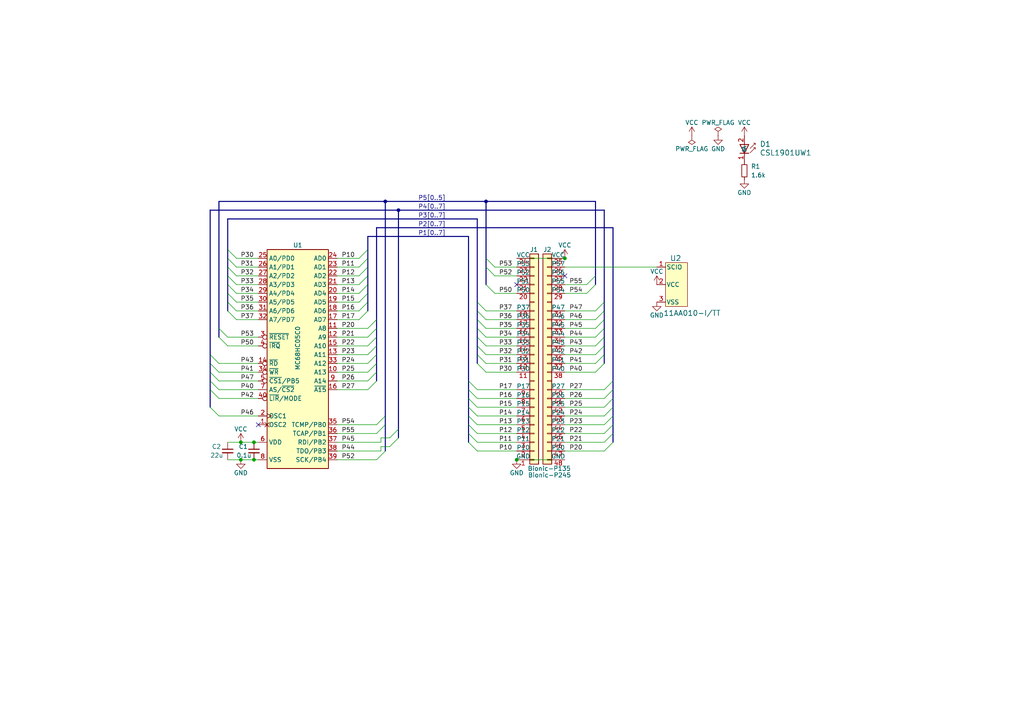
<source format=kicad_sch>
(kicad_sch (version 20231120) (generator "eeschema") (generator_version "8.0")
  (paper "A4")
  (title_block (title "BionicMC68HC05C0") (date "2025-03-02") (rev "2") (company "Tadashi G. Takaoka"))
  (lib_symbols
    (symbol "Device:C_Small" (pin_numbers hide) (pin_names (offset 0.254) hide)
      (property "Reference" "C" (at 0.254 1.778 0))
      (property "Value" "C_Small" (at 0.254 -2.032 0))
      (symbol "C_Small_0_1"
        (polyline (pts (xy -1.524 -0.508) (xy 1.524 -0.508)) (stroke (width 0.3302)))
        (polyline (pts (xy -1.524 0.508) (xy 1.524 0.508)) (stroke (width 0.3048)))
      )
      (symbol "C_Small_1_1"
        (pin passive line (at 0 2.54 270) (length 2.032) (name "~") (number "1"))
        (pin passive line (at 0 -2.54 90) (length 2.032) (name "~") (number "2"))
      )
    )
    (symbol "Device:R_Small" (pin_numbers hide) (pin_names (offset 0.254) hide)
      (property "Reference" "R" (at 0.762 0.508 0))
      (property "Value" "R_Small" (at 0.762 -1.016 0))
      (symbol "R_Small_0_1"
        (rectangle (start -0.762 1.778) (end 0.762 -1.778) (stroke (width 0.2032)))
      )
      (symbol "R_Small_1_1"
        (pin passive line (at 0 2.54 270) (length 0.762) (name "~") (number "1"))
        (pin passive line (at 0 -2.54 90) (length 0.762) (name "~") (number "2"))
      )
    )
    (symbol "bionic:Bionic-P135" (pin_names (offset 0))
      (property "Reference" "J" (at 0 30.48 0))
      (property "Value" "Bionic-P135" (at -1.27 -33.02 0))
      (symbol "Bionic-P135_1_1"
        (rectangle (start 0 -30.353) (end -1.27 -30.607) (stroke (width 0.1524)))
        (rectangle (start 0 -27.813) (end -1.27 -28.067) (stroke (width 0.1524)))
        (rectangle (start 0 -25.273) (end -1.27 -25.527) (stroke (width 0.1524)))
        (rectangle (start 0 -22.733) (end -1.27 -22.987) (stroke (width 0.1524)))
        (rectangle (start 0 -20.193) (end -1.27 -20.447) (stroke (width 0.1524)))
        (rectangle (start 0 -17.653) (end -1.27 -17.907) (stroke (width 0.1524)))
        (rectangle (start 0 -15.113) (end -1.27 -15.367) (stroke (width 0.1524)))
        (rectangle (start 0 -12.573) (end -1.27 -12.827) (stroke (width 0.1524)))
        (rectangle (start 0 -10.033) (end -1.27 -10.287) (stroke (width 0.1524)))
        (rectangle (start 0 -7.493) (end -1.27 -7.747) (stroke (width 0.1524)))
        (rectangle (start 0 -4.953) (end -1.27 -5.207) (stroke (width 0.1524)))
        (rectangle (start 0 -2.413) (end -1.27 -2.667) (stroke (width 0.1524)))
        (rectangle (start 0 0.127) (end -1.27 -0.127) (stroke (width 0.1524)))
        (rectangle (start 0 2.667) (end -1.27 2.413) (stroke (width 0.1524)))
        (rectangle (start 0 5.207) (end -1.27 4.953) (stroke (width 0.1524)))
        (rectangle (start 0 7.747) (end -1.27 7.493) (stroke (width 0.1524)))
        (rectangle (start 0 10.287) (end -1.27 10.033) (stroke (width 0.1524)))
        (rectangle (start 0 12.827) (end -1.27 12.573) (stroke (width 0.1524)))
        (rectangle (start 0 15.367) (end -1.27 15.113) (stroke (width 0.1524)))
        (rectangle (start 0 17.907) (end -1.27 17.653) (stroke (width 0.1524)))
        (rectangle (start 0 20.447) (end -1.27 20.193) (stroke (width 0.1524)))
        (rectangle (start 0 22.987) (end -1.27 22.733) (stroke (width 0.1524)))
        (rectangle (start 0 25.527) (end -1.27 25.273) (stroke (width 0.1524)))
        (rectangle (start 0 28.067) (end -1.27 27.813) (stroke (width 0.1524)))
        (rectangle (start 1.27 29.21) (end -1.27 -31.75) (stroke (width 0.254)) (fill (type background)))
        (pin power_in line (at -5.08 -30.48 0) (length 3.81) (name "GND") (number "1"))
        (pin bidirectional line (at -5.08 -5.08 0) (length 3.81) (name "P30") (number "11"))
        (pin bidirectional line (at -5.08 -2.54 0) (length 3.81) (name "P31") (number "12"))
        (pin bidirectional line (at -5.08 0 0) (length 3.81) (name "P32") (number "13"))
        (pin bidirectional line (at -5.08 2.54 0) (length 3.81) (name "P33") (number "14"))
        (pin bidirectional line (at -5.08 5.08 0) (length 3.81) (name "P34") (number "15"))
        (pin bidirectional line (at -5.08 7.62 0) (length 3.81) (name "P35") (number "16"))
        (pin bidirectional line (at -5.08 10.16 0) (length 3.81) (name "P36") (number "17"))
        (pin bidirectional line (at -5.08 12.7 0) (length 3.81) (name "P37") (number "18"))
        (pin bidirectional line (at -5.08 -27.94 0) (length 3.81) (name "P10") (number "2"))
        (pin bidirectional line (at -5.08 17.78 0) (length 3.81) (name "P50") (number "20"))
        (pin bidirectional line (at -5.08 20.32 0) (length 3.81) (name "P51") (number "21"))
        (pin bidirectional line (at -5.08 22.86 0) (length 3.81) (name "P52") (number "22"))
        (pin bidirectional line (at -5.08 25.4 0) (length 3.81) (name "P53") (number "23"))
        (pin power_in line (at -5.08 27.94 0) (length 3.81) (name "VCC") (number "24"))
        (pin bidirectional line (at -5.08 -25.4 0) (length 3.81) (name "P11") (number "3"))
        (pin bidirectional line (at -5.08 -22.86 0) (length 3.81) (name "P12") (number "4"))
        (pin bidirectional line (at -5.08 -20.32 0) (length 3.81) (name "P13") (number "5"))
        (pin bidirectional line (at -5.08 -17.78 0) (length 3.81) (name "P14") (number "6"))
        (pin bidirectional line (at -5.08 -15.24 0) (length 3.81) (name "P15") (number "7"))
        (pin bidirectional line (at -5.08 -12.7 0) (length 3.81) (name "P16") (number "8"))
        (pin bidirectional line (at -5.08 -10.16 0) (length 3.81) (name "P17") (number "9"))
      )
    )
    (symbol "bionic:Bionic-P245" (pin_names (offset 0))
      (property "Reference" "J" (at -3.81 30.48 0))
      (property "Value" "Bionic-P245" (at -1.27 -33.02 0))
      (symbol "Bionic-P245_1_1"
        (rectangle (start -2.54 -30.607) (end -3.81 -30.353) (stroke (width 0.1524)))
        (rectangle (start -2.54 -28.067) (end -3.81 -27.813) (stroke (width 0.1524)))
        (rectangle (start -2.54 -25.527) (end -3.81 -25.273) (stroke (width 0.1524)))
        (rectangle (start -2.54 -22.987) (end -3.81 -22.733) (stroke (width 0.1524)))
        (rectangle (start -2.54 -20.447) (end -3.81 -20.193) (stroke (width 0.1524)))
        (rectangle (start -2.54 -17.907) (end -3.81 -17.653) (stroke (width 0.1524)))
        (rectangle (start -2.54 -15.367) (end -3.81 -15.113) (stroke (width 0.1524)))
        (rectangle (start -2.54 -12.827) (end -3.81 -12.573) (stroke (width 0.1524)))
        (rectangle (start -2.54 -10.287) (end -3.81 -10.033) (stroke (width 0.1524)))
        (rectangle (start -2.54 -7.747) (end -3.81 -7.493) (stroke (width 0.1524)))
        (rectangle (start -2.54 -5.207) (end -3.81 -4.953) (stroke (width 0.1524)))
        (rectangle (start -2.54 -2.667) (end -3.81 -2.413) (stroke (width 0.1524)))
        (rectangle (start -2.54 -0.127) (end -3.81 0.127) (stroke (width 0.1524)))
        (rectangle (start -2.54 2.413) (end -3.81 2.667) (stroke (width 0.1524)))
        (rectangle (start -2.54 4.953) (end -3.81 5.207) (stroke (width 0.1524)))
        (rectangle (start -2.54 7.493) (end -3.81 7.747) (stroke (width 0.1524)))
        (rectangle (start -2.54 10.033) (end -3.81 10.287) (stroke (width 0.1524)))
        (rectangle (start -2.54 12.573) (end -3.81 12.827) (stroke (width 0.1524)))
        (rectangle (start -2.54 15.113) (end -3.81 15.367) (stroke (width 0.1524)))
        (rectangle (start -2.54 17.653) (end -3.81 17.907) (stroke (width 0.1524)))
        (rectangle (start -2.54 20.193) (end -3.81 20.447) (stroke (width 0.1524)))
        (rectangle (start -2.54 22.733) (end -3.81 22.987) (stroke (width 0.1524)))
        (rectangle (start -2.54 25.273) (end -3.81 25.527) (stroke (width 0.1524)))
        (rectangle (start -2.54 27.813) (end -3.81 28.067) (stroke (width 0.1524)))
        (rectangle (start -2.54 29.21) (end -5.08 -31.75) (stroke (width 0.254)) (fill (type background)))
        (pin power_in line (at 1.27 27.94 180) (length 3.81) (name "VCC") (number "25"))
        (pin bidirectional line (at 1.27 25.4 180) (length 3.81) (name "P57") (number "26"))
        (pin bidirectional line (at 1.27 22.86 180) (length 3.81) (name "P56") (number "27"))
        (pin bidirectional line (at 1.27 20.32 180) (length 3.81) (name "P55") (number "28"))
        (pin bidirectional line (at 1.27 17.78 180) (length 3.81) (name "P54") (number "29"))
        (pin bidirectional line (at 1.27 12.7 180) (length 3.81) (name "P47") (number "31"))
        (pin bidirectional line (at 1.27 10.16 180) (length 3.81) (name "P46") (number "32"))
        (pin bidirectional line (at 1.27 7.62 180) (length 3.81) (name "P45") (number "33"))
        (pin bidirectional line (at 1.27 5.08 180) (length 3.81) (name "P44") (number "34"))
        (pin bidirectional line (at 1.27 2.54 180) (length 3.81) (name "P43") (number "35"))
        (pin bidirectional line (at 1.27 0 180) (length 3.81) (name "P42") (number "36"))
        (pin bidirectional line (at 1.27 -2.54 180) (length 3.81) (name "P41") (number "37"))
        (pin bidirectional line (at 1.27 -5.08 180) (length 3.81) (name "P40") (number "38"))
        (pin bidirectional line (at 1.27 -10.16 180) (length 3.81) (name "P27") (number "40"))
        (pin bidirectional line (at 1.27 -12.7 180) (length 3.81) (name "P26") (number "41"))
        (pin bidirectional line (at 1.27 -15.24 180) (length 3.81) (name "P25") (number "42"))
        (pin bidirectional line (at 1.27 -17.78 180) (length 3.81) (name "P24") (number "43"))
        (pin bidirectional line (at 1.27 -20.32 180) (length 3.81) (name "P23") (number "44"))
        (pin bidirectional line (at 1.27 -22.86 180) (length 3.81) (name "P22") (number "45"))
        (pin bidirectional line (at 1.27 -25.4 180) (length 3.81) (name "P21") (number "46"))
        (pin bidirectional line (at 1.27 -27.94 180) (length 3.81) (name "P20") (number "47"))
        (pin power_in line (at 1.27 -30.48 180) (length 3.81) (name "GND") (number "48"))
      )
    )
    (symbol "cpu:MC68HC05C0"
      (property "Reference" "U" (at -1.27 31.75 0))
      (property "Value" "MC68HC05C0" (at 0 -6.35 90))
      (symbol "MC68HC05C0_0_1"
        (rectangle (start -8.89 -33.02) (end 8.89 30.48) (stroke (width 0.254)) (fill (type background)))
      )
      (symbol "MC68HC05C0_1_1"
        (pin output non_logic (at -11.43 -20.32 0) (length 2.54) (name "OSC2") (number "1"))
        (pin output line (at 11.43 -5.08 180) (length 2.54) (name "A13") (number "10"))
        (pin output line (at 11.43 7.62 180) (length 2.54) (name "A8") (number "11"))
        (pin output line (at 11.43 5.08 180) (length 2.54) (name "A9") (number "12"))
        (pin output line (at 11.43 0 180) (length 2.54) (name "A11") (number "13"))
        (pin output inverted (at -11.43 -2.54 0) (length 2.54) (name "~{RD}") (number "14"))
        (pin output line (at 11.43 2.54 180) (length 2.54) (name "A10") (number "15"))
        (pin output line (at 11.43 -10.16 180) (length 2.54) (name "~{A15}") (number "16"))
        (pin bidirectional line (at 11.43 10.16 180) (length 2.54) (name "AD7") (number "17"))
        (pin bidirectional line (at 11.43 12.7 180) (length 2.54) (name "AD6") (number "18"))
        (pin bidirectional line (at 11.43 15.24 180) (length 2.54) (name "AD5") (number "19"))
        (pin input clock (at -11.43 -17.78 0) (length 2.54) (name "OSC1") (number "2"))
        (pin bidirectional line (at 11.43 17.78 180) (length 2.54) (name "AD4") (number "20"))
        (pin bidirectional line (at 11.43 20.32 180) (length 2.54) (name "AD3") (number "21"))
        (pin bidirectional line (at 11.43 22.86 180) (length 2.54) (name "AD2") (number "22"))
        (pin bidirectional line (at 11.43 25.4 180) (length 2.54) (name "AD1") (number "23"))
        (pin bidirectional line (at 11.43 27.94 180) (length 2.54) (name "AD0") (number "24"))
        (pin bidirectional line (at -11.43 27.94 0) (length 2.54) (name "A0/PD0") (number "25"))
        (pin bidirectional line (at -11.43 25.4 0) (length 2.54) (name "A1/PD1") (number "26"))
        (pin bidirectional line (at -11.43 22.86 0) (length 2.54) (name "A2/PD2") (number "27"))
        (pin bidirectional line (at -11.43 20.32 0) (length 2.54) (name "A3/PD3") (number "28"))
        (pin bidirectional line (at -11.43 17.78 0) (length 2.54) (name "A4/PD4") (number "29"))
        (pin input inverted (at -11.43 5.08 0) (length 2.54) (name "~{RESET}") (number "3"))
        (pin bidirectional line (at -11.43 15.24 0) (length 2.54) (name "A5/PD5") (number "30"))
        (pin bidirectional line (at -11.43 12.7 0) (length 2.54) (name "A6/PD6") (number "31"))
        (pin bidirectional line (at -11.43 10.16 0) (length 2.54) (name "A7/PD7") (number "32"))
        (pin output line (at 11.43 -2.54 180) (length 2.54) (name "A12") (number "33"))
        (pin output inverted (at -11.43 -5.08 0) (length 2.54) (name "~{WR}") (number "34"))
        (pin bidirectional line (at 11.43 -20.32 180) (length 2.54) (name "TCMP/PB0") (number "35"))
        (pin bidirectional line (at 11.43 -22.86 180) (length 2.54) (name "TCAP/PB1") (number "36"))
        (pin bidirectional line (at 11.43 -25.4 180) (length 2.54) (name "RDI/PB2") (number "37"))
        (pin bidirectional line (at 11.43 -27.94 180) (length 2.54) (name "TDO/PB3") (number "38"))
        (pin bidirectional line (at 11.43 -30.48 180) (length 2.54) (name "SCK/PB4") (number "39"))
        (pin input inverted (at -11.43 2.54 0) (length 2.54) (name "~{IRQ}") (number "4"))
        (pin output inverted (at -11.43 -12.7 0) (length 2.54) (name "~{LIR}/MODE") (number "40"))
        (pin output inverted (at -11.43 -7.62 0) (length 2.54) (name "~{CS1}/PB5") (number "5"))
        (pin power_in line (at -11.43 -25.4 0) (length 2.54) (name "VDD") (number "6"))
        (pin output line (at -11.43 -10.16 0) (length 2.54) (name "AS/~{CS2}") (number "7"))
        (pin power_in line (at -11.43 -30.48 0) (length 2.54) (name "VSS") (number "8"))
        (pin output line (at 11.43 -7.62 180) (length 2.54) (name "A14") (number "9"))
      )
    )
    (symbol "microchip:11AA010-I_TT" (pin_names (offset 0.254))
      (property "Reference" "U" (at 2.54 1.27 0))
      (property "Value" "11AA010-I/TT" (at 3.81 -13.97 0))
      (symbol "11AA010-I_TT_1_1"
        (rectangle (start 0 0) (end 6.35 -12.7) (fill (type background)))
        (pin bidirectional line (at -2.54 -1.27 0) (length 2.54) (name "SCIO") (number "1"))
        (pin power_in line (at -2.54 -6.35 0) (length 2.54) (name "VCC") (number "2"))
        (pin power_in line (at -2.54 -11.43 0) (length 2.54) (name "VSS") (number "3"))
      )
    )
    (symbol "power:GND" (power) (pin_numbers hide) (pin_names (offset 0) hide)
      (property "Value" "GND" (at 0 -3.81 0))
      (symbol "GND_0_1"
        (polyline (pts (xy 0 0) (xy 0 -1.27) (xy 1.27 -1.27) (xy 0 -2.54) (xy -1.27 -1.27) (xy 0 -1.27)))
      )
      (symbol "GND_1_1"
        (pin power_in line (at 0 0 270) (length 0) (name "~") (number "1"))
      )
    )
    (symbol "power:PWR_FLAG" (power) (pin_numbers hide) (pin_names (offset 0) hide)
      (property "Value" "PWR_FLAG" (at 0 3.81 0))
      (symbol "PWR_FLAG_0_0"
        (pin power_out line (at 0 0 90) (length 0) (name "~") (number "1"))
      )
      (symbol "PWR_FLAG_0_1"
        (polyline (pts (xy 0 0) (xy 0 1.27) (xy -1.016 1.905) (xy 0 2.54) (xy 1.016 1.905) (xy 0 1.27)))
      )
    )
    (symbol "power:VCC" (power) (pin_numbers hide) (pin_names (offset 0) hide)
      (property "Value" "VCC" (at 0 3.556 0))
      (symbol "VCC_0_1"
        (polyline (pts (xy -0.762 1.27) (xy 0 2.54)))
        (polyline (pts (xy 0 0) (xy 0 2.54)))
        (polyline (pts (xy 0 2.54) (xy 0.762 1.27)))
      )
      (symbol "VCC_1_1"
        (pin power_in line (at 0 0 90) (length 0) (name "~") (number "1"))
      )
    )
    (symbol "rhom:CSL1901UW1" (pin_names (offset 0.254))
      (property "Reference" "D" (at 3.81 -2.54 0))
      (property "Value" "CSL1901UW1" (at 3.81 -5.08 0))
      (symbol "CSL1901UW1_0_1"
        (polyline (pts (xy 2.159 3.175) (xy 2.667 3.175)))
        (polyline (pts (xy 2.54 0) (xy 5.08 0)))
        (polyline (pts (xy 5.08 1.27) (xy 5.08 -1.27)) (stroke (width 0.254)))
        (polyline (pts (xy 3.683 1.651) (xy 2.159 3.175) (xy 2.159 2.667)))
        (polyline (pts (xy 2.54 -1.27) (xy 5.08 0) (xy 2.54 1.27) (xy 2.54 -1.27)) (stroke (width 0.254)))
        (polyline (pts (xy 4.953 1.651) (xy 3.429 3.175) (xy 3.429 2.667) (xy 3.429 3.175) (xy 3.937 3.175)))
      )
      (symbol "CSL1901UW1_1_1"
        (pin passive line (at 7.62 0 180) (length 2.54) (name "K") (number "1"))
        (pin passive line (at 0 0 0) (length 2.54) (name "A") (number "2"))
      )
      (symbol "CSL1901UW1_1_2"
        (polyline (pts (xy -5.08 7.62) (xy -4.445 8.255)) (stroke (width 0.2032)))
        (polyline (pts (xy -5.08 8.255) (xy -5.08 7.62)) (stroke (width 0.2032)))
        (polyline (pts (xy -4.445 6.35) (xy -3.81 6.985)) (stroke (width 0.2032)))
        (polyline (pts (xy -4.445 8.255) (xy -5.08 8.255)) (stroke (width 0.2032)))
        (polyline (pts (xy -4.445 9.525) (xy -3.81 10.16)) (stroke (width 0.2032)))
        (polyline (pts (xy -4.445 10.16) (xy -4.445 9.525)) (stroke (width 0.2032)))
        (polyline (pts (xy -3.81 6.985) (xy -5.08 8.255)) (stroke (width 0.2032)))
        (polyline (pts (xy -3.81 8.255) (xy -3.175 8.89)) (stroke (width 0.2032)))
        (polyline (pts (xy -3.81 10.16) (xy -4.445 10.16)) (stroke (width 0.2032)))
        (polyline (pts (xy -3.175 5.08) (xy -4.445 6.35)) (stroke (width 0.2032)))
        (polyline (pts (xy -3.175 8.89) (xy -4.445 10.16)) (stroke (width 0.2032)))
        (polyline (pts (xy -2.54 6.985) (xy -3.81 8.255)) (stroke (width 0.2032)))
        (polyline (pts (xy -1.905 3.81) (xy 1.905 3.81)) (stroke (width 0.2032)))
        (polyline (pts (xy 0 2.54) (xy 0 3.4798)) (stroke (width 0.2032)))
        (polyline (pts (xy 0 3.175) (xy 0 3.81)) (stroke (width 0.2032)))
        (polyline (pts (xy 0 6.35) (xy -1.905 3.81)) (stroke (width 0.2032)))
        (polyline (pts (xy 0 6.35) (xy 0 7.62)) (stroke (width 0.2032)))
        (polyline (pts (xy 1.905 3.81) (xy 0 6.35)) (stroke (width 0.2032)))
        (polyline (pts (xy 1.905 6.35) (xy -1.905 6.35)) (stroke (width 0.2032)))
        (pin unspecified line (at 0 10.16 270) (length 2.54) (name "") (number "1"))
        (pin unspecified line (at 0 0 90) (length 2.54) (name "") (number "2"))
      )
    )
  )
  (junction (at 149.86 133.35))
  (junction (at 69.85 128.27))
  (junction (at 69.85 133.35))
  (junction (at 140.97 58.42))
  (junction (at 115.57 60.96))
  (junction (at 111.76 58.42))
  (junction (at 163.83 74.93))
  (junction (at 73.66 128.27))
  (junction (at 73.66 133.35))
  (no_connect (at 74.93 123.19))
  (no_connect (at 149.86 82.55))
  (no_connect (at 163.83 80.01))
  (bus_entry (at 66.04 80.01) (size 2.54 2.54))
  (bus_entry (at 140.97 77.47) (size 2.54 2.54))
  (bus_entry (at 60.96 105.41) (size 2.54 2.54))
  (bus_entry (at 177.8 118.11) (size -2.54 2.54))
  (bus_entry (at 109.22 107.95) (size -2.54 2.54))
  (bus_entry (at 177.8 110.49) (size -2.54 2.54))
  (bus_entry (at 66.04 77.47) (size 2.54 2.54))
  (bus_entry (at 106.68 90.17) (size -2.54 2.54))
  (bus_entry (at 177.8 123.19) (size -2.54 2.54))
  (bus_entry (at 60.96 102.87) (size 2.54 2.54))
  (bus_entry (at 175.26 100.33) (size -2.54 2.54))
  (bus_entry (at 109.22 100.33) (size -2.54 2.54))
  (bus_entry (at 66.04 74.93) (size 2.54 2.54))
  (bus_entry (at 135.89 113.03) (size 2.54 2.54))
  (bus_entry (at 140.97 74.93) (size 2.54 2.54))
  (bus_entry (at 135.89 128.27) (size 2.54 2.54))
  (bus_entry (at 175.26 90.17) (size -2.54 2.54))
  (bus_entry (at 138.43 105.41) (size 2.54 2.54))
  (bus_entry (at 175.26 92.71) (size -2.54 2.54))
  (bus_entry (at 138.43 95.25) (size 2.54 2.54))
  (bus_entry (at 140.97 82.55) (size 2.54 2.54))
  (bus_entry (at 175.26 87.63) (size -2.54 2.54))
  (bus_entry (at 60.96 110.49) (size 2.54 2.54))
  (bus_entry (at 175.26 97.79) (size -2.54 2.54))
  (bus_entry (at 106.68 77.47) (size -2.54 2.54))
  (bus_entry (at 135.89 115.57) (size 2.54 2.54))
  (bus_entry (at 175.26 102.87) (size -2.54 2.54))
  (bus_entry (at 109.22 95.25) (size -2.54 2.54))
  (bus_entry (at 177.8 115.57) (size -2.54 2.54))
  (bus_entry (at 135.89 123.19) (size 2.54 2.54))
  (bus_entry (at 138.43 90.17) (size 2.54 2.54))
  (bus_entry (at 135.89 125.73) (size 2.54 2.54))
  (bus_entry (at 60.96 107.95) (size 2.54 2.54))
  (bus_entry (at 138.43 100.33) (size 2.54 2.54))
  (bus_entry (at 138.43 102.87) (size 2.54 2.54))
  (bus_entry (at 111.76 123.19) (size -2.54 2.54))
  (bus_entry (at 63.5 97.79) (size 2.54 2.54))
  (bus_entry (at 63.5 95.25) (size 2.54 2.54))
  (bus_entry (at 175.26 105.41) (size -2.54 2.54))
  (bus_entry (at 60.96 113.03) (size 2.54 2.54))
  (bus_entry (at 109.22 97.79) (size -2.54 2.54))
  (bus_entry (at 66.04 87.63) (size 2.54 2.54))
  (bus_entry (at 106.68 80.01) (size -2.54 2.54))
  (bus_entry (at 60.96 118.11) (size 2.54 2.54))
  (bus_entry (at 135.89 110.49) (size 2.54 2.54))
  (bus_entry (at 177.8 125.73) (size -2.54 2.54))
  (bus_entry (at 106.68 74.93) (size -2.54 2.54))
  (bus_entry (at 135.89 120.65) (size 2.54 2.54))
  (bus_entry (at 106.68 87.63) (size -2.54 2.54))
  (bus_entry (at 175.26 95.25) (size -2.54 2.54))
  (bus_entry (at 106.68 72.39) (size -2.54 2.54))
  (bus_entry (at 172.72 80.01) (size -2.54 2.54))
  (bus_entry (at 66.04 85.09) (size 2.54 2.54))
  (bus_entry (at 138.43 92.71) (size 2.54 2.54))
  (bus_entry (at 109.22 92.71) (size -2.54 2.54))
  (bus_entry (at 138.43 87.63) (size 2.54 2.54))
  (bus_entry (at 66.04 72.39) (size 2.54 2.54))
  (bus_entry (at 106.68 82.55) (size -2.54 2.54))
  (bus_entry (at 172.72 82.55) (size -2.54 2.54))
  (bus_entry (at 135.89 118.11) (size 2.54 2.54))
  (bus_entry (at 66.04 90.17) (size 2.54 2.54))
  (bus_entry (at 177.8 120.65) (size -2.54 2.54))
  (bus_entry (at 177.8 113.03) (size -2.54 2.54))
  (bus_entry (at 109.22 102.87) (size -2.54 2.54))
  (bus_entry (at 115.57 127) (size -2.54 2.54))
  (bus_entry (at 138.43 97.79) (size 2.54 2.54))
  (bus_entry (at 115.57 124.46) (size -2.54 2.54))
  (bus_entry (at 111.76 130.81) (size -2.54 2.54))
  (bus_entry (at 66.04 82.55) (size 2.54 2.54))
  (bus_entry (at 177.8 128.27) (size -2.54 2.54))
  (bus_entry (at 109.22 105.41) (size -2.54 2.54))
  (bus_entry (at 109.22 110.49) (size -2.54 2.54))
  (bus_entry (at 111.76 120.65) (size -2.54 2.54))
  (bus_entry (at 106.68 85.09) (size -2.54 2.54))
  (bus (pts (xy 135.89 123.19) (xy 135.89 125.73)))
  (wire (pts (xy 163.83 113.03) (xy 175.26 113.03)))
  (wire (pts (xy 140.97 100.33) (xy 149.86 100.33)))
  (wire (pts (xy 163.83 95.25) (xy 172.72 95.25)))
  (wire (pts (xy 163.83 77.47) (xy 190.5 77.47)))
  (bus (pts (xy 109.22 66.04) (xy 109.22 92.71)))
  (bus (pts (xy 106.68 77.47) (xy 106.68 74.93)))
  (wire (pts (xy 97.79 102.87) (xy 106.68 102.87)))
  (wire (pts (xy 97.79 74.93) (xy 104.14 74.93)))
  (wire (pts (xy 110.49 129.54) (xy 113.03 129.54)))
  (wire (pts (xy 163.83 92.71) (xy 172.72 92.71)))
  (bus (pts (xy 175.26 102.87) (xy 175.26 105.41)))
  (wire (pts (xy 163.83 90.17) (xy 172.72 90.17)))
  (wire (pts (xy 97.79 95.25) (xy 106.68 95.25)))
  (bus (pts (xy 106.68 80.01) (xy 106.68 77.47)))
  (wire (pts (xy 97.79 97.79) (xy 106.68 97.79)))
  (wire (pts (xy 163.83 82.55) (xy 170.18 82.55)))
  (wire (pts (xy 68.58 87.63) (xy 74.93 87.63)))
  (wire (pts (xy 97.79 87.63) (xy 104.14 87.63)))
  (bus (pts (xy 177.8 128.27) (xy 177.8 125.73)))
  (wire (pts (xy 68.58 80.01) (xy 74.93 80.01)))
  (wire (pts (xy 63.5 120.65) (xy 74.93 120.65)))
  (wire (pts (xy 138.43 120.65) (xy 149.86 120.65)))
  (bus (pts (xy 140.97 58.42) (xy 140.97 74.93)))
  (wire (pts (xy 63.5 113.03) (xy 74.93 113.03)))
  (bus (pts (xy 175.26 95.25) (xy 175.26 97.79)))
  (wire (pts (xy 163.83 130.81) (xy 175.26 130.81)))
  (wire (pts (xy 140.97 92.71) (xy 149.86 92.71)))
  (bus (pts (xy 115.57 124.46) (xy 115.57 127)))
  (bus (pts (xy 66.04 72.39) (xy 66.04 63.5)))
  (bus (pts (xy 177.8 113.03) (xy 177.8 110.49)))
  (wire (pts (xy 140.97 107.95) (xy 149.86 107.95)))
  (wire (pts (xy 140.97 102.87) (xy 149.86 102.87)))
  (wire (pts (xy 68.58 82.55) (xy 74.93 82.55)))
  (wire (pts (xy 68.58 90.17) (xy 74.93 90.17)))
  (bus (pts (xy 177.8 125.73) (xy 177.8 123.19)))
  (wire (pts (xy 73.66 133.35) (xy 74.93 133.35)))
  (wire (pts (xy 163.83 85.09) (xy 170.18 85.09)))
  (bus (pts (xy 138.43 100.33) (xy 138.43 102.87)))
  (wire (pts (xy 69.85 133.35) (xy 73.66 133.35)))
  (wire (pts (xy 63.5 107.95) (xy 74.93 107.95)))
  (bus (pts (xy 172.72 80.01) (xy 172.72 82.55)))
  (wire (pts (xy 163.83 97.79) (xy 172.72 97.79)))
  (wire (pts (xy 73.66 128.27) (xy 74.93 128.27)))
  (bus (pts (xy 172.72 58.42) (xy 140.97 58.42)))
  (bus (pts (xy 106.68 68.58) (xy 135.89 68.58)))
  (bus (pts (xy 135.89 110.49) (xy 135.89 113.03)))
  (wire (pts (xy 140.97 95.25) (xy 149.86 95.25)))
  (wire (pts (xy 68.58 74.93) (xy 74.93 74.93)))
  (bus (pts (xy 138.43 92.71) (xy 138.43 95.25)))
  (bus (pts (xy 138.43 95.25) (xy 138.43 97.79)))
  (wire (pts (xy 68.58 77.47) (xy 74.93 77.47)))
  (bus (pts (xy 177.8 120.65) (xy 177.8 118.11)))
  (bus (pts (xy 138.43 90.17) (xy 138.43 92.71)))
  (wire (pts (xy 138.43 125.73) (xy 149.86 125.73)))
  (bus (pts (xy 138.43 87.63) (xy 138.43 90.17)))
  (wire (pts (xy 97.79 92.71) (xy 104.14 92.71)))
  (bus (pts (xy 60.96 102.87) (xy 60.96 60.96)))
  (wire (pts (xy 66.04 97.79) (xy 74.93 97.79)))
  (wire (pts (xy 97.79 110.49) (xy 106.68 110.49)))
  (bus (pts (xy 175.26 100.33) (xy 175.26 102.87)))
  (wire (pts (xy 97.79 90.17) (xy 104.14 90.17)))
  (bus (pts (xy 111.76 120.65) (xy 111.76 123.19)))
  (bus (pts (xy 177.8 66.04) (xy 109.22 66.04)))
  (wire (pts (xy 97.79 130.81) (xy 110.49 130.81)))
  (wire (pts (xy 138.43 128.27) (xy 149.86 128.27)))
  (wire (pts (xy 66.04 100.33) (xy 74.93 100.33)))
  (wire (pts (xy 138.43 130.81) (xy 149.86 130.81)))
  (bus (pts (xy 66.04 80.01) (xy 66.04 77.47)))
  (bus (pts (xy 60.96 113.03) (xy 60.96 110.49)))
  (bus (pts (xy 109.22 92.71) (xy 109.22 95.25)))
  (bus (pts (xy 66.04 90.17) (xy 66.04 87.63)))
  (wire (pts (xy 163.83 123.19) (xy 175.26 123.19)))
  (bus (pts (xy 175.26 87.63) (xy 175.26 90.17)))
  (wire (pts (xy 97.79 105.41) (xy 106.68 105.41)))
  (bus (pts (xy 177.8 123.19) (xy 177.8 120.65)))
  (bus (pts (xy 63.5 58.42) (xy 111.76 58.42)))
  (wire (pts (xy 110.49 127) (xy 113.03 127)))
  (bus (pts (xy 66.04 77.47) (xy 66.04 74.93)))
  (bus (pts (xy 175.26 92.71) (xy 175.26 95.25)))
  (bus (pts (xy 135.89 115.57) (xy 135.89 118.11)))
  (bus (pts (xy 66.04 74.93) (xy 66.04 72.39)))
  (wire (pts (xy 149.86 133.35) (xy 163.83 133.35)))
  (wire (pts (xy 140.97 97.79) (xy 149.86 97.79)))
  (wire (pts (xy 138.43 123.19) (xy 149.86 123.19)))
  (wire (pts (xy 97.79 128.27) (xy 110.49 128.27)))
  (bus (pts (xy 135.89 68.58) (xy 135.89 110.49)))
  (bus (pts (xy 111.76 58.42) (xy 140.97 58.42)))
  (wire (pts (xy 69.85 128.27) (xy 73.66 128.27)))
  (bus (pts (xy 175.26 60.96) (xy 175.26 87.63)))
  (bus (pts (xy 138.43 97.79) (xy 138.43 100.33)))
  (bus (pts (xy 106.68 72.39) (xy 106.68 68.58)))
  (wire (pts (xy 163.83 128.27) (xy 175.26 128.27)))
  (wire (pts (xy 140.97 90.17) (xy 149.86 90.17)))
  (wire (pts (xy 163.83 107.95) (xy 172.72 107.95)))
  (wire (pts (xy 97.79 100.33) (xy 106.68 100.33)))
  (bus (pts (xy 109.22 100.33) (xy 109.22 102.87)))
  (bus (pts (xy 135.89 120.65) (xy 135.89 123.19)))
  (bus (pts (xy 106.68 85.09) (xy 106.68 82.55)))
  (wire (pts (xy 143.51 85.09) (xy 149.86 85.09)))
  (wire (pts (xy 138.43 113.03) (xy 149.86 113.03)))
  (wire (pts (xy 163.83 115.57) (xy 175.26 115.57)))
  (bus (pts (xy 135.89 125.73) (xy 135.89 128.27)))
  (wire (pts (xy 63.5 115.57) (xy 74.93 115.57)))
  (bus (pts (xy 109.22 105.41) (xy 109.22 107.95)))
  (bus (pts (xy 115.57 60.96) (xy 115.57 124.46)))
  (wire (pts (xy 138.43 115.57) (xy 149.86 115.57)))
  (bus (pts (xy 109.22 102.87) (xy 109.22 105.41)))
  (wire (pts (xy 97.79 85.09) (xy 104.14 85.09)))
  (bus (pts (xy 177.8 110.49) (xy 177.8 66.04)))
  (bus (pts (xy 109.22 95.25) (xy 109.22 97.79)))
  (wire (pts (xy 143.51 77.47) (xy 149.86 77.47)))
  (bus (pts (xy 109.22 107.95) (xy 109.22 110.49)))
  (bus (pts (xy 109.22 97.79) (xy 109.22 100.33)))
  (bus (pts (xy 172.72 80.01) (xy 172.72 58.42)))
  (wire (pts (xy 97.79 123.19) (xy 109.22 123.19)))
  (wire (pts (xy 66.04 128.27) (xy 69.85 128.27)))
  (bus (pts (xy 106.68 87.63) (xy 106.68 85.09)))
  (wire (pts (xy 97.79 82.55) (xy 104.14 82.55)))
  (wire (pts (xy 68.58 92.71) (xy 74.93 92.71)))
  (bus (pts (xy 135.89 113.03) (xy 135.89 115.57)))
  (wire (pts (xy 63.5 110.49) (xy 74.93 110.49)))
  (bus (pts (xy 66.04 87.63) (xy 66.04 85.09)))
  (bus (pts (xy 140.97 74.93) (xy 140.97 77.47)))
  (wire (pts (xy 163.83 105.41) (xy 172.72 105.41)))
  (bus (pts (xy 111.76 58.42) (xy 111.76 120.65)))
  (wire (pts (xy 63.5 105.41) (xy 74.93 105.41)))
  (wire (pts (xy 97.79 80.01) (xy 104.14 80.01)))
  (wire (pts (xy 97.79 77.47) (xy 104.14 77.47)))
  (bus (pts (xy 106.68 74.93) (xy 106.68 72.39)))
  (wire (pts (xy 68.58 85.09) (xy 74.93 85.09)))
  (wire (pts (xy 163.83 120.65) (xy 175.26 120.65)))
  (bus (pts (xy 63.5 97.79) (xy 63.5 95.25)))
  (bus (pts (xy 106.68 82.55) (xy 106.68 80.01)))
  (bus (pts (xy 177.8 118.11) (xy 177.8 115.57)))
  (wire (pts (xy 97.79 113.03) (xy 106.68 113.03)))
  (bus (pts (xy 106.68 90.17) (xy 106.68 87.63)))
  (bus (pts (xy 66.04 82.55) (xy 66.04 80.01)))
  (bus (pts (xy 66.04 85.09) (xy 66.04 82.55)))
  (bus (pts (xy 177.8 115.57) (xy 177.8 113.03)))
  (bus (pts (xy 175.26 90.17) (xy 175.26 92.71)))
  (bus (pts (xy 135.89 118.11) (xy 135.89 120.65)))
  (wire (pts (xy 163.83 118.11) (xy 175.26 118.11)))
  (bus (pts (xy 63.5 95.25) (xy 63.5 58.42)))
  (bus (pts (xy 60.96 105.41) (xy 60.96 102.87)))
  (bus (pts (xy 140.97 77.47) (xy 140.97 82.55)))
  (wire (pts (xy 138.43 118.11) (xy 149.86 118.11)))
  (wire (pts (xy 163.83 100.33) (xy 172.72 100.33)))
  (wire (pts (xy 143.51 80.01) (xy 149.86 80.01)))
  (wire (pts (xy 163.83 125.73) (xy 175.26 125.73)))
  (bus (pts (xy 115.57 60.96) (xy 175.26 60.96)))
  (wire (pts (xy 163.83 102.87) (xy 172.72 102.87)))
  (wire (pts (xy 97.79 107.95) (xy 106.68 107.95)))
  (bus (pts (xy 60.96 107.95) (xy 60.96 105.41)))
  (bus (pts (xy 175.26 97.79) (xy 175.26 100.33)))
  (bus (pts (xy 138.43 63.5) (xy 138.43 87.63)))
  (bus (pts (xy 60.96 110.49) (xy 60.96 107.95)))
  (wire (pts (xy 149.86 74.93) (xy 163.83 74.93)))
  (wire (pts (xy 140.97 105.41) (xy 149.86 105.41)))
  (bus (pts (xy 66.04 63.5) (xy 138.43 63.5)))
  (bus (pts (xy 60.96 60.96) (xy 115.57 60.96)))
  (wire (pts (xy 66.04 133.35) (xy 69.85 133.35)))
  (wire (pts (xy 97.79 125.73) (xy 109.22 125.73)))
  (bus (pts (xy 111.76 123.19) (xy 111.76 130.81)))
  (wire (pts (xy 110.49 127) (xy 110.49 128.27)))
  (wire (pts (xy 97.79 133.35) (xy 109.22 133.35)))
  (bus (pts (xy 60.96 118.11) (xy 60.96 113.03)))
  (bus (pts (xy 138.43 102.87) (xy 138.43 105.41)))
  (wire (pts (xy 110.49 129.54) (xy 110.49 130.81)))
  (label "P4[0..7]" (at 121.285 60.96 0))
  (label "P21" (at 99.06 97.79 0))
  (label "P36" (at 73.66 90.17 180))
  (label "P26" (at 165.1 115.57 0))
  (label "P41" (at 165.1 105.41 0))
  (label "P32" (at 148.59 102.87 180))
  (label "P16" (at 148.59 115.57 180))
  (label "P52" (at 99.06 133.35 0))
  (label "P44" (at 99.06 130.81 0))
  (label "P44" (at 165.1 97.79 0))
  (label "P13" (at 99.06 82.55 0))
  (label "P36" (at 148.59 92.71 180))
  (label "P47" (at 73.66 110.49 180))
  (label "P30" (at 148.59 107.95 180))
  (label "P31" (at 73.66 77.47 180))
  (label "P33" (at 73.66 82.55 180))
  (label "P3[0..7]" (at 121.285 63.5 0))
  (label "P32" (at 73.66 80.01 180))
  (label "P55" (at 99.06 125.73 0))
  (label "P2[0..7]" (at 121.285 66.04 0))
  (label "P42" (at 73.66 115.57 180))
  (label "P1[0..7]" (at 121.285 68.58 0))
  (label "P55" (at 165.1 82.55 0))
  (label "P25" (at 165.1 118.11 0))
  (label "P31" (at 148.59 105.41 180))
  (label "P45" (at 99.06 128.27 0))
  (label "P42" (at 165.1 102.87 0))
  (label "P24" (at 165.1 120.65 0))
  (label "P43" (at 73.66 105.41 180))
  (label "P13" (at 148.59 123.19 180))
  (label "P47" (at 165.1 90.17 0))
  (label "P10" (at 148.59 130.81 180))
  (label "P11" (at 148.59 128.27 180))
  (label "P11" (at 99.06 77.47 0))
  (label "P46" (at 165.1 92.71 0))
  (label "P25" (at 99.06 107.95 0))
  (label "P53" (at 73.66 97.79 180))
  (label "P14" (at 99.06 85.09 0))
  (label "P43" (at 165.1 100.33 0))
  (label "P22" (at 99.06 100.33 0))
  (label "P16" (at 99.06 90.17 0))
  (label "P24" (at 99.06 105.41 0))
  (label "P23" (at 99.06 102.87 0))
  (label "P23" (at 165.1 123.19 0))
  (label "P21" (at 165.1 128.27 0))
  (label "P52" (at 148.59 80.01 180))
  (label "P27" (at 165.1 113.03 0))
  (label "P46" (at 73.66 120.65 180))
  (label "P26" (at 99.06 110.49 0))
  (label "P54" (at 165.1 85.09 0))
  (label "P50" (at 148.59 85.09 180))
  (label "P30" (at 73.66 74.93 180))
  (label "P22" (at 165.1 125.73 0))
  (label "P10" (at 99.06 74.93 0))
  (label "P12" (at 148.59 125.73 180))
  (label "P20" (at 165.1 130.81 0))
  (label "P5[0..5]" (at 121.285 58.42 0))
  (label "P27" (at 99.06 113.03 0))
  (label "P34" (at 148.59 97.79 180))
  (label "P14" (at 148.59 120.65 180))
  (label "P37" (at 148.59 90.17 180))
  (label "P33" (at 148.59 100.33 180))
  (label "P37" (at 73.66 92.71 180))
  (label "P34" (at 73.66 85.09 180))
  (label "P12" (at 99.06 80.01 0))
  (label "P54" (at 99.06 123.19 0))
  (label "P15" (at 99.06 87.63 0))
  (label "P35" (at 73.66 87.63 180))
  (label "P17" (at 148.59 113.03 180))
  (label "P20" (at 99.06 95.25 0))
  (label "P17" (at 99.06 92.71 0))
  (label "P35" (at 148.59 95.25 180))
  (label "P53" (at 148.59 77.47 180))
  (label "P40" (at 73.66 113.03 180))
  (label "P50" (at 73.66 100.33 180))
  (label "P41" (at 73.66 107.95 180))
  (label "P45" (at 165.1 95.25 0))
  (label "P40" (at 165.1 107.95 0))
  (label "P15" (at 148.59 118.11 180))
  (symbol (lib_id "power:VCC") (at 190.5 82.55 0) (unit 1)
    (property "Reference" "#PWR06" (effects (hide yes)))
    (property "Value" "VCC" (at 190.5 78.74 0))
    (property "Description" "Power symbol creates a global label with name \"VCC\"" (effects (hide yes)))
  )
  (symbol (lib_id "cpu:MC68HC05C0") (at 86.36 102.87 0) (unit 1)
    (property "Reference" "U1" (at 86.36 71.12 0))
    (property "Value" "MC68HC05C0" (at 86.36 100.965 90))
    (property "Footprint" "bionic:DIP-40_W15.24mm_Socket" (effects (hide yes)))
    (property "Description" "8-bit General Purpose Microprocessor, DIP-40" (effects (hide yes)))
  )
  (symbol (lib_id "power:VCC") (at 215.9 39.37 0) (unit 1)
    (property "Reference" "#PWR09" (effects (hide yes)))
    (property "Value" "VCC" (at 215.9 35.56 0))
    (property "Description" "Power symbol creates a global label with name \"VCC\"" (effects (hide yes)))
  )
  (symbol (lib_id "microchip:11AA010-I_TT") (at 193.04 76.2 0) (unit 1)
    (property "Reference" "U2" (at 194.31 74.93 0) (effects (font (size 1.524 1.524)) (justify left)))
    (property "Value" "11AA010-I/TT" (at 192.405 90.805 0) (effects (font (size 1.524 1.524)) (justify left)))
    (property "Footprint" "microchip:SOT-23_MC_MCH-M" (effects (hide yes)))
    (property "Datasheet" "11AA010-I/TO" (effects (hide yes)))
    (property "Description" "UNI/O Serial EEPROM (1Kbit)" (effects (hide yes)))
  )
  (symbol (lib_id "power:GND") (at 69.85 133.35 0) (unit 1)
    (property "Reference" "#PWR02" (effects (hide yes)))
    (property "Value" "GND" (at 69.85 137.16 0))
    (property "Description" "Power symbol creates a global label with name \"GND\" , ground" (effects (hide yes)))
  )
  (symbol (lib_id "power:VCC") (at 163.83 74.93 0) (unit 1)
    (property "Reference" "#PWR010" (effects (hide yes)))
    (property "Value" "VCC" (at 163.83 71.12 0))
    (property "Description" "Power symbol creates a global label with name \"VCC\"" (effects (hide yes)))
  )
  (symbol (lib_id "power:VCC") (at 200.66 39.37 0) (unit 1)
    (property "Reference" "#PWR08" (effects (hide yes)))
    (property "Value" "VCC" (at 200.66 35.56 0))
    (property "Description" "Power symbol creates a global label with name \"VCC\"" (effects (hide yes)))
  )
  (symbol (lib_id "bionic:Bionic-P135") (at 154.94 102.87 0) (unit 1)
    (property "Reference" "J1" (at 153.67 72.39 0) (effects (justify left)))
    (property "Value" "Bionic-P135" (at 153.035 135.89 0) (effects (justify left)))
    (property "Footprint" "bionic:Bionic-P135_THT" (effects (hide yes)))
    (property "Description" "Generic connector, single row, 01x24, script generated (kicad-library-utils/schlib/autogen/connector/)" (effects (hide yes)))
  )
  (symbol (lib_id "rhom:CSL1901UW1") (at 215.9 39.37 270) (unit 1)
    (property "Reference" "D1" (at 220.345 41.7829 90) (effects (font (size 1.524 1.524)) (justify left)))
    (property "Value" "CSL1901UW1" (at 220.345 44.3229 90) (effects (font (size 1.524 1.524)) (justify left)))
    (property "Footprint" "rhom:LED_CSL1901UW1_ROM-M" (effects (hide yes)))
    (property "Datasheet" "https://fscdn.rohm.com/en/products/databook/datasheet/opto/led/chip_mono/csl1901uw1-e.pdf" (effects (hide yes)))
    (property "Description" "Red LED (Low Current Emission, SMD)" (effects (hide yes)))
  )
  (symbol (lib_id "Device:R_Small") (at 215.9 49.53 0) (unit 1)
    (property "Reference" "R1" (at 217.805 48.26 0) (effects (justify left)))
    (property "Value" "1.6k" (at 217.805 50.8 0) (effects (justify left)))
    (property "Footprint" "Resistor_SMD:R_0603_1608Metric_Pad0.98x0.95mm_HandSolder" (effects (hide yes)))
  )
  (symbol (lib_id "power:PWR_FLAG") (at 208.28 39.37 0) (unit 1)
    (property "Reference" "#FLG01" (effects (hide yes)))
    (property "Value" "PWR_FLAG" (at 208.28 35.56 0))
    (property "Description" "Special symbol for telling ERC where power comes from" (effects (hide yes)))
  )
  (symbol (lib_id "power:GND") (at 215.9 52.07 0) (unit 1)
    (property "Reference" "#PWR04" (effects (hide yes)))
    (property "Value" "GND" (at 215.9 55.88 0))
    (property "Description" "Power symbol creates a global label with name \"GND\" , ground" (effects (hide yes)))
  )
  (symbol (lib_id "power:GND") (at 208.28 39.37 0) (unit 1)
    (property "Reference" "#PWR05" (effects (hide yes)))
    (property "Value" "GND" (at 208.28 43.18 0))
    (property "Description" "Power symbol creates a global label with name \"GND\" , ground" (effects (hide yes)))
  )
  (symbol (lib_id "power:GND") (at 149.86 133.35 0) (unit 1)
    (property "Reference" "#PWR03" (effects (hide yes)))
    (property "Value" "GND" (at 149.86 137.16 0))
    (property "Description" "Power symbol creates a global label with name \"GND\" , ground" (effects (hide yes)))
  )
  (symbol (lib_id "Device:C_Small") (at 66.04 130.81 0) (mirror y) (unit 1)
    (property "Reference" "C2" (at 64.135 129.54 0) (effects (justify left)))
    (property "Value" "22u" (at 64.77 132.08 0) (effects (justify left)))
    (property "Footprint" "Capacitor_SMD:C_0603_1608Metric_Pad1.08x0.95mm_HandSolder" (effects (hide yes)))
  )
  (symbol (lib_id "Device:C_Small") (at 73.66 130.81 0) (unit 1)
    (property "Reference" "C1" (at 69.215 129.54 0) (effects (justify left)))
    (property "Value" "0.1u" (at 68.58 132.08 0) (effects (justify left)))
    (property "Footprint" "Capacitor_SMD:C_0603_1608Metric_Pad1.08x0.95mm_HandSolder" (effects (hide yes)))
  )
  (symbol (lib_id "bionic:Bionic-P245") (at 162.56 102.87 0) (unit 1)
    (property "Reference" "J2" (at 158.75 72.39 0))
    (property "Value" "Bionic-P245" (at 159.385 137.795 0))
    (property "Footprint" "bionic:Bionic-P245_THT" (effects (hide yes)))
    (property "Description" "Generic connector, single row, 01x24, script generated (kicad-library-utils/schlib/autogen/connector/)" (effects (hide yes)))
  )
  (symbol (lib_id "power:GND") (at 190.5 87.63 0) (unit 1)
    (property "Reference" "#PWR01" (effects (hide yes)))
    (property "Value" "GND" (at 190.5 91.44 0))
    (property "Description" "Power symbol creates a global label with name \"GND\" , ground" (effects (hide yes)))
  )
  (symbol (lib_id "power:PWR_FLAG") (at 200.66 39.37 180) (unit 1)
    (property "Reference" "#FLG02" (effects (hide yes)))
    (property "Value" "PWR_FLAG" (at 200.66 43.18 0))
    (property "Description" "Special symbol for telling ERC where power comes from" (effects (hide yes)))
  )
  (symbol (lib_id "power:VCC") (at 69.85 128.27 0) (unit 1)
    (property "Reference" "#PWR07" (effects (hide yes)))
    (property "Value" "VCC" (at 69.85 124.46 0))
    (property "Description" "Power symbol creates a global label with name \"VCC\"" (effects (hide yes)))
  )
)
</source>
